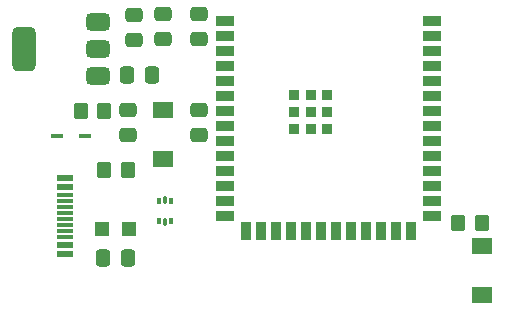
<source format=gbr>
%TF.GenerationSoftware,KiCad,Pcbnew,9.0.1*%
%TF.CreationDate,2025-07-10T19:48:23+10:00*%
%TF.ProjectId,esp-32-s3-wroom-1,6573702d-3332-42d7-9333-2d77726f6f6d,rev?*%
%TF.SameCoordinates,Original*%
%TF.FileFunction,Paste,Top*%
%TF.FilePolarity,Positive*%
%FSLAX46Y46*%
G04 Gerber Fmt 4.6, Leading zero omitted, Abs format (unit mm)*
G04 Created by KiCad (PCBNEW 9.0.1) date 2025-07-10 19:48:23*
%MOMM*%
%LPD*%
G01*
G04 APERTURE LIST*
G04 Aperture macros list*
%AMRoundRect*
0 Rectangle with rounded corners*
0 $1 Rounding radius*
0 $2 $3 $4 $5 $6 $7 $8 $9 X,Y pos of 4 corners*
0 Add a 4 corners polygon primitive as box body*
4,1,4,$2,$3,$4,$5,$6,$7,$8,$9,$2,$3,0*
0 Add four circle primitives for the rounded corners*
1,1,$1+$1,$2,$3*
1,1,$1+$1,$4,$5*
1,1,$1+$1,$6,$7*
1,1,$1+$1,$8,$9*
0 Add four rect primitives between the rounded corners*
20,1,$1+$1,$2,$3,$4,$5,0*
20,1,$1+$1,$4,$5,$6,$7,0*
20,1,$1+$1,$6,$7,$8,$9,0*
20,1,$1+$1,$8,$9,$2,$3,0*%
G04 Aperture macros list end*
%ADD10R,1.450000X0.600000*%
%ADD11R,1.450000X0.300000*%
%ADD12R,1.500000X0.900000*%
%ADD13R,0.900000X1.500000*%
%ADD14R,0.900000X0.900000*%
%ADD15RoundRect,0.250000X-0.475000X0.337500X-0.475000X-0.337500X0.475000X-0.337500X0.475000X0.337500X0*%
%ADD16R,1.040000X0.460000*%
%ADD17RoundRect,0.250000X0.337500X0.475000X-0.337500X0.475000X-0.337500X-0.475000X0.337500X-0.475000X0*%
%ADD18RoundRect,0.250000X0.350000X0.450000X-0.350000X0.450000X-0.350000X-0.450000X0.350000X-0.450000X0*%
%ADD19R,1.800000X1.350000*%
%ADD20R,1.150000X1.150000*%
%ADD21RoundRect,0.250000X-0.350000X-0.450000X0.350000X-0.450000X0.350000X0.450000X-0.350000X0.450000X0*%
%ADD22RoundRect,0.375000X0.625000X0.375000X-0.625000X0.375000X-0.625000X-0.375000X0.625000X-0.375000X0*%
%ADD23RoundRect,0.500000X0.500000X1.400000X-0.500000X1.400000X-0.500000X-1.400000X0.500000X-1.400000X0*%
%ADD24RoundRect,0.093750X-0.093750X0.156250X-0.093750X-0.156250X0.093750X-0.156250X0.093750X0.156250X0*%
%ADD25RoundRect,0.075000X-0.075000X0.250000X-0.075000X-0.250000X0.075000X-0.250000X0.075000X0.250000X0*%
G04 APERTURE END LIST*
D10*
%TO.C,J1*%
X111177857Y-86666371D03*
X111177857Y-87466371D03*
D11*
X111177857Y-88166371D03*
X111177857Y-89166371D03*
X111177857Y-90666371D03*
X111177857Y-91666371D03*
D10*
X111177857Y-92366371D03*
X111177857Y-93166371D03*
X111177857Y-93166371D03*
X111177857Y-92366371D03*
D11*
X111177857Y-91166371D03*
X111177857Y-90166371D03*
X111177857Y-89666371D03*
X111177857Y-88666371D03*
D10*
X111177857Y-87466371D03*
X111177857Y-86666371D03*
%TD*%
D12*
%TO.C,U1*%
X142250000Y-73390000D03*
X142250000Y-74660000D03*
X142250000Y-75930000D03*
X142250000Y-77200000D03*
X142250000Y-78470000D03*
X142250000Y-79740000D03*
X142250000Y-81010000D03*
X142250000Y-82280000D03*
X142250000Y-83550000D03*
X142250000Y-84820000D03*
X142250000Y-86090000D03*
X142250000Y-87360000D03*
X142250000Y-88630000D03*
X142250000Y-89900000D03*
D13*
X140485000Y-91150000D03*
X139215000Y-91150000D03*
X137945000Y-91150000D03*
X136675000Y-91150000D03*
X135405000Y-91150000D03*
X134135000Y-91150000D03*
X132865000Y-91150000D03*
X131595000Y-91150000D03*
X130325000Y-91150000D03*
X129055000Y-91150000D03*
X127785000Y-91150000D03*
X126515000Y-91150000D03*
D12*
X124750000Y-89900000D03*
X124750000Y-88630000D03*
X124750000Y-87360000D03*
X124750000Y-86090000D03*
X124750000Y-84820000D03*
X124750000Y-83550000D03*
X124750000Y-82280000D03*
X124750000Y-81010000D03*
X124750000Y-79740000D03*
X124750000Y-78470000D03*
X124750000Y-77200000D03*
X124750000Y-75930000D03*
X124750000Y-74660000D03*
X124750000Y-73390000D03*
D14*
X133400000Y-82510000D03*
X133400000Y-81110000D03*
X133400000Y-79710000D03*
X132000000Y-82510000D03*
X132000000Y-81110000D03*
X132000000Y-79710000D03*
X130600000Y-82510000D03*
X130600000Y-81110000D03*
X130600000Y-79710000D03*
%TD*%
D15*
%TO.C,C1*%
X119500000Y-74925500D03*
X119500000Y-72850500D03*
%TD*%
%TO.C,C3*%
X122500000Y-74925500D03*
X122500000Y-72850500D03*
%TD*%
D16*
%TO.C,D1*%
X112887500Y-83130000D03*
X110507500Y-83130000D03*
%TD*%
D17*
%TO.C,C2*%
X118537500Y-78000000D03*
X116462500Y-78000000D03*
%TD*%
D15*
%TO.C,C5*%
X122500000Y-80962500D03*
X122500000Y-83037500D03*
%TD*%
D18*
%TO.C,R5*%
X114500000Y-81000000D03*
X112500000Y-81000000D03*
%TD*%
D19*
%TO.C,S1*%
X119500000Y-80925000D03*
X119500000Y-85075000D03*
%TD*%
%TO.C,S2*%
X146500000Y-92425000D03*
X146500000Y-96575000D03*
%TD*%
D15*
%TO.C,C4*%
X117000000Y-72925000D03*
X117000000Y-75000000D03*
%TD*%
D17*
%TO.C,C6*%
X116500000Y-93500000D03*
X114425000Y-93500000D03*
%TD*%
D20*
%TO.C,R3*%
X114287500Y-91000000D03*
X116637500Y-91000000D03*
%TD*%
D21*
%TO.C,R2*%
X144500000Y-90500000D03*
X146500000Y-90500000D03*
%TD*%
D22*
%TO.C,U3*%
X114000000Y-78100000D03*
X114000000Y-75800000D03*
D23*
X107700000Y-75800000D03*
D22*
X114000000Y-73500000D03*
%TD*%
D15*
%TO.C,C7*%
X116500000Y-80962500D03*
X116500000Y-83037500D03*
%TD*%
D21*
%TO.C,R1*%
X114500000Y-86000000D03*
X116500000Y-86000000D03*
%TD*%
D24*
%TO.C,U2*%
X120197500Y-88665000D03*
D25*
X119660000Y-88590000D03*
D24*
X119122500Y-88665000D03*
X119122500Y-90365000D03*
D25*
X119660000Y-90440000D03*
D24*
X120197500Y-90365000D03*
%TD*%
M02*

</source>
